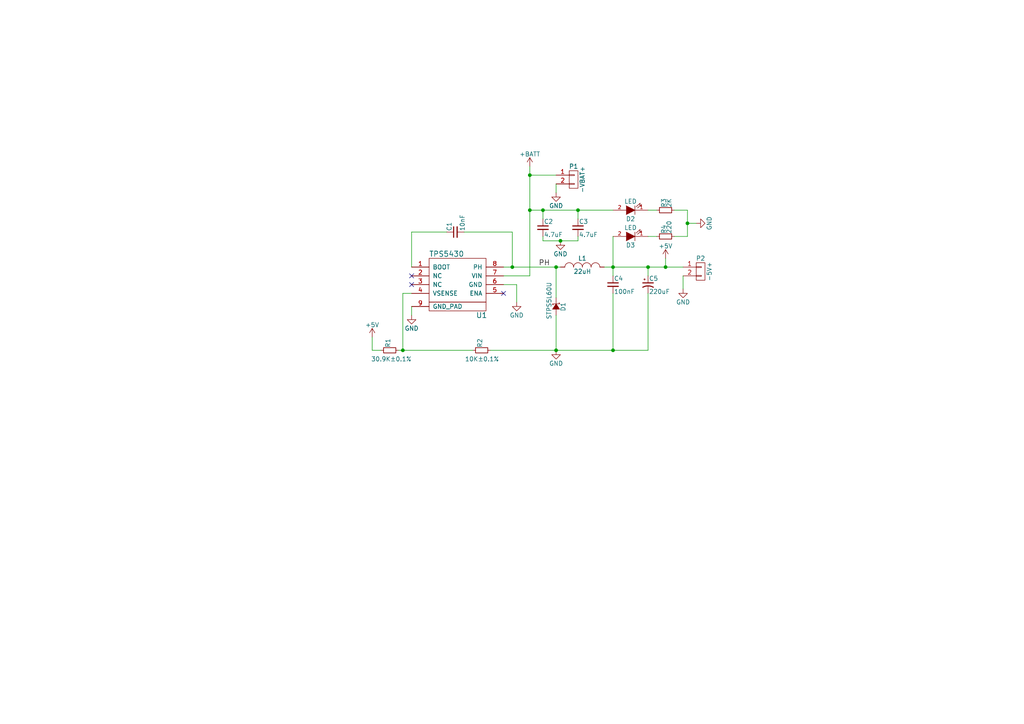
<source format=kicad_sch>
(kicad_sch (version 20211123) (generator eeschema)
  (paper "A4")
  (lib_symbols
    (symbol "buck-rescue:+5V" (power) (pin_names (offset 0))
      (property "Value" "+5V" (at 0 3.556 0))
      (symbol "+5V_0_1"
        (polyline (pts (xy -0.762 1.27) (xy 0 2.54)))
        (polyline (pts (xy 0 0) (xy 0 2.54)))
        (polyline (pts (xy 0 2.54) (xy 0.762 1.27)))
      )
      (symbol "+5V_1_1"
        (pin power_in line (at 0 0 90) (length 0) hide (name "+5V") (number "1"))
      )
    )
    (symbol "buck-rescue:+BATT" (power) (pin_names (offset 0))
      (property "Value" "+BATT" (at 0 3.556 0))
      (symbol "+BATT_0_1"
        (polyline (pts (xy -0.762 1.27) (xy 0 2.54)))
        (polyline (pts (xy 0 0) (xy 0 2.54)))
        (polyline (pts (xy 0 2.54) (xy 0.762 1.27)))
      )
      (symbol "+BATT_1_1"
        (pin power_in line (at 0 0 90) (length 0) hide (name "+BATT") (number "1"))
      )
    )
    (symbol "buck-rescue:CONN_01X02" (pin_names (offset 1.016) hide)
      (property "Reference" "P" (at 0 3.81 0))
      (property "Value" "CONN_01X02" (at 2.54 0 90))
      (symbol "CONN_01X02_0_1"
        (rectangle (start -1.27 -1.143) (end 0.254 -1.397))
        (rectangle (start -1.27 1.397) (end 0.254 1.143))
        (rectangle (start -1.27 2.54) (end 1.27 -2.54))
      )
      (symbol "CONN_01X02_1_1"
        (pin passive line (at -5.08 1.27 0) (length 3.81) (name "P1") (number "1"))
        (pin passive line (at -5.08 -1.27 0) (length 3.81) (name "P2") (number "2"))
      )
    )
    (symbol "buck-rescue:CP1_Small" (pin_numbers hide) (pin_names (offset 0.254) hide)
      (property "Reference" "C" (at 0.254 1.778 0))
      (property "Value" "CP1_Small" (at 0.254 -2.032 0))
      (symbol "CP1_Small_0_1"
        (polyline (pts (xy -1.524 0.508) (xy 1.524 0.508)) (stroke (width 0.3048)))
        (polyline (pts (xy -1.27 1.524) (xy -0.762 1.524)))
        (polyline (pts (xy -1.016 1.27) (xy -1.016 1.778)))
        (arc (start 1.524 -0.762) (mid 0 -0.3734) (end -1.524 -0.762) (stroke (width 0.3048)))
      )
      (symbol "CP1_Small_1_1"
        (pin passive line (at 0 2.54 270) (length 2.032) (name "~") (number "1"))
        (pin passive line (at 0 -2.54 90) (length 2.032) (name "~") (number "2"))
      )
    )
    (symbol "buck-rescue:C_Small" (pin_numbers hide) (pin_names (offset 0.254) hide)
      (property "Reference" "C" (at 0.254 1.778 0))
      (property "Value" "C_Small" (at 0.254 -2.032 0))
      (symbol "C_Small_0_1"
        (polyline (pts (xy -1.524 -0.508) (xy 1.524 -0.508)) (stroke (width 0.3302)))
        (polyline (pts (xy -1.524 0.508) (xy 1.524 0.508)) (stroke (width 0.3048)))
      )
      (symbol "C_Small_1_1"
        (pin passive line (at 0 2.54 270) (length 1.905) (name "~") (number "1"))
        (pin passive line (at 0 -2.54 90) (length 2.032) (name "~") (number "2"))
      )
    )
    (symbol "buck-rescue:D_Schottky_Small" (pin_numbers hide) (pin_names (offset 0.254) hide)
      (property "Reference" "D" (at -1.27 2.032 0))
      (property "Value" "D_Schottky_Small" (at -7.112 -2.032 0))
      (symbol "D_Schottky_Small_0_1"
        (polyline (pts (xy -0.762 -1.016) (xy -0.762 1.016)))
        (polyline (pts (xy -0.762 -1.016) (xy -0.508 -1.016) (xy -0.508 -0.762)))
        (polyline (pts (xy -0.762 1.016) (xy -1.016 1.016) (xy -1.016 0.762)))
        (polyline (pts (xy 0.762 -1.016) (xy -0.762 0) (xy 0.762 1.016) (xy 0.762 -1.016)) (fill (type outline)))
      )
      (symbol "D_Schottky_Small_1_1"
        (pin passive line (at -2.54 0 0) (length 1.778) (name "K") (number "1"))
        (pin passive line (at 2.54 0 180) (length 1.778) (name "A") (number "2"))
      )
    )
    (symbol "buck-rescue:GND" (power) (pin_names (offset 0))
      (property "Value" "GND" (at 0 -3.81 0))
      (symbol "GND_0_1"
        (polyline (pts (xy 0 0) (xy 0 -1.27) (xy 1.27 -1.27) (xy 0 -2.54) (xy -1.27 -1.27) (xy 0 -1.27)))
      )
      (symbol "GND_1_1"
        (pin power_in line (at 0 0 270) (length 0) hide (name "GND") (number "1"))
      )
    )
    (symbol "buck-rescue:INDUCTOR_SMALL" (pin_numbers hide) (pin_names (offset 0) hide)
      (property "Reference" "L" (at 0 2.54 0))
      (property "Value" "INDUCTOR_SMALL" (at 0 -1.27 0))
      (symbol "INDUCTOR_SMALL_0_1"
        (arc (start -2.54 0) (mid -3.81 1.27) (end -5.08 0))
        (arc (start 0 0) (mid -1.27 1.27) (end -2.54 0))
        (arc (start 2.54 0) (mid 1.27 1.27) (end 0 0))
        (arc (start 5.08 0) (mid 3.81 1.27) (end 2.54 0))
      )
      (symbol "INDUCTOR_SMALL_1_1"
        (pin input line (at -6.35 0 0) (length 1.27) (name "1") (number "1"))
        (pin input line (at 6.35 0 180) (length 1.27) (name "2") (number "2"))
      )
    )
    (symbol "buck-rescue:LED" (pin_names (offset 1.016) hide)
      (property "Reference" "D" (at 0 2.54 0))
      (property "Value" "LED" (at 0 -2.54 0))
      (symbol "LED_0_1"
        (polyline (pts (xy -1.27 1.27) (xy -1.27 -1.27)))
        (polyline (pts (xy -2.032 -0.635) (xy -3.175 -1.651) (xy -3.048 -1.016)))
        (polyline (pts (xy -1.651 -1.016) (xy -2.794 -2.032) (xy -2.667 -1.397)))
        (polyline (pts (xy 1.27 1.27) (xy -1.27 0) (xy 1.27 -1.27)) (fill (type outline)))
      )
      (symbol "LED_1_1"
        (pin passive line (at -5.08 0 0) (length 3.81) (name "K") (number "1"))
        (pin passive line (at 5.08 0 180) (length 3.81) (name "A") (number "2"))
      )
    )
    (symbol "buck-rescue:R_Small" (pin_numbers hide) (pin_names (offset 0.254) hide)
      (property "Reference" "R" (at 0.762 0.508 0))
      (property "Value" "R_Small" (at 0.762 -1.016 0))
      (symbol "R_Small_0_1"
        (rectangle (start -0.762 1.778) (end 0.762 -1.778) (stroke (width 0.2032)))
      )
      (symbol "R_Small_1_1"
        (pin passive line (at 0 2.54 270) (length 0.762) (name "~") (number "1"))
        (pin passive line (at 0 -2.54 90) (length 0.762) (name "~") (number "2"))
      )
    )
    (symbol "buck-rescue:TPS5430" (pin_names (offset 1.016))
      (property "Reference" "U" (at 6.35 -10.16 0))
      (property "Value" "TPS5430" (at -3.81 7.62 0))
      (symbol "TPS5430_0_1"
        (rectangle (start -8.89 -6.35) (end 7.62 -8.89))
        (rectangle (start -8.89 6.35) (end 7.62 -6.35))
      )
      (symbol "TPS5430_1_1"
        (pin input line (at -13.97 3.81 0) (length 5.08) (name "BOOT") (number "1"))
        (pin input line (at -13.97 1.27 0) (length 5.08) (name "NC") (number "2"))
        (pin input line (at -13.97 -1.27 0) (length 5.08) (name "NC") (number "3"))
        (pin input line (at -13.97 -3.81 0) (length 5.08) (name "VSENSE") (number "4"))
        (pin input line (at 12.7 -3.81 180) (length 5.08) (name "ENA") (number "5"))
        (pin input line (at 12.7 -1.27 180) (length 5.08) (name "GND") (number "6"))
        (pin input line (at 12.7 1.27 180) (length 5.08) (name "VIN") (number "7"))
        (pin input line (at 12.7 3.81 180) (length 5.08) (name "PH") (number "8"))
        (pin power_in line (at -13.97 -7.62 0) (length 5.08) (name "GND_PAD") (number "9"))
      )
    )
  )
  (junction (at 161.29 77.47))
  (junction (at 177.8 101.6))
  (junction (at 157.48 60.96))
  (junction (at 199.39 64.77))
  (junction (at 161.29 101.6))
  (junction (at 162.56 69.85))
  (junction (at 193.04 77.47))
  (junction (at 153.67 60.96))
  (junction (at 187.96 77.47))
  (junction (at 167.64 60.96))
  (junction (at 116.84 101.6))
  (junction (at 153.67 50.8))
  (junction (at 148.59 77.47))
  (junction (at 177.8 77.47))
  (no_connect (at 119.38 82.55))
  (no_connect (at 119.38 80.01))
  (no_connect (at 146.05 85.09))
  (wire (pts (xy 187.96 77.47) (xy 193.04 77.47)))
  (wire (pts (xy 153.67 48.26) (xy 153.67 50.8)))
  (wire (pts (xy 161.29 53.34) (xy 161.29 55.88)))
  (wire (pts (xy 167.64 69.85) (xy 167.64 68.58)))
  (wire (pts (xy 148.59 67.31) (xy 148.59 77.47)))
  (wire (pts (xy 177.8 85.09) (xy 177.8 101.6)))
  (wire (pts (xy 177.8 77.47) (xy 187.96 77.47)))
  (wire (pts (xy 119.38 67.31) (xy 119.38 77.47)))
  (wire (pts (xy 162.56 69.85) (xy 167.64 69.85)))
  (wire (pts (xy 190.5 60.96) (xy 187.96 60.96)))
  (wire (pts (xy 199.39 68.58) (xy 199.39 64.77)))
  (wire (pts (xy 177.8 101.6) (xy 187.96 101.6)))
  (wire (pts (xy 157.48 68.58) (xy 157.48 69.85)))
  (wire (pts (xy 146.05 82.55) (xy 149.86 82.55)))
  (wire (pts (xy 190.5 68.58) (xy 187.96 68.58)))
  (wire (pts (xy 177.8 68.58) (xy 177.8 77.47)))
  (wire (pts (xy 199.39 64.77) (xy 201.93 64.77)))
  (wire (pts (xy 199.39 64.77) (xy 199.39 60.96)))
  (wire (pts (xy 153.67 60.96) (xy 157.48 60.96)))
  (wire (pts (xy 161.29 77.47) (xy 162.56 77.47)))
  (wire (pts (xy 187.96 80.01) (xy 187.96 77.47)))
  (wire (pts (xy 119.38 88.9) (xy 119.38 91.44)))
  (wire (pts (xy 153.67 80.01) (xy 146.05 80.01)))
  (wire (pts (xy 153.67 50.8) (xy 161.29 50.8)))
  (wire (pts (xy 149.86 82.55) (xy 149.86 87.63)))
  (wire (pts (xy 193.04 77.47) (xy 198.12 77.47)))
  (wire (pts (xy 195.58 68.58) (xy 199.39 68.58)))
  (wire (pts (xy 199.39 60.96) (xy 195.58 60.96)))
  (wire (pts (xy 115.57 101.6) (xy 116.84 101.6)))
  (wire (pts (xy 167.64 63.5) (xy 167.64 60.96)))
  (wire (pts (xy 193.04 74.93) (xy 193.04 77.47)))
  (wire (pts (xy 175.26 77.47) (xy 177.8 77.47)))
  (wire (pts (xy 116.84 85.09) (xy 116.84 101.6)))
  (wire (pts (xy 153.67 60.96) (xy 153.67 80.01)))
  (wire (pts (xy 157.48 69.85) (xy 162.56 69.85)))
  (wire (pts (xy 161.29 101.6) (xy 161.29 91.44)))
  (wire (pts (xy 129.54 67.31) (xy 119.38 67.31)))
  (wire (pts (xy 116.84 101.6) (xy 137.16 101.6)))
  (wire (pts (xy 153.67 50.8) (xy 153.67 60.96)))
  (wire (pts (xy 148.59 77.47) (xy 161.29 77.47)))
  (wire (pts (xy 161.29 101.6) (xy 177.8 101.6)))
  (wire (pts (xy 110.49 101.6) (xy 107.95 101.6)))
  (wire (pts (xy 146.05 77.47) (xy 148.59 77.47)))
  (wire (pts (xy 134.62 67.31) (xy 148.59 67.31)))
  (wire (pts (xy 142.24 101.6) (xy 161.29 101.6)))
  (wire (pts (xy 157.48 60.96) (xy 167.64 60.96)))
  (wire (pts (xy 177.8 77.47) (xy 177.8 80.01)))
  (wire (pts (xy 157.48 63.5) (xy 157.48 60.96)))
  (wire (pts (xy 107.95 101.6) (xy 107.95 97.79)))
  (wire (pts (xy 187.96 101.6) (xy 187.96 85.09)))
  (wire (pts (xy 167.64 60.96) (xy 177.8 60.96)))
  (wire (pts (xy 119.38 85.09) (xy 116.84 85.09)))
  (wire (pts (xy 161.29 86.36) (xy 161.29 77.47)))
  (wire (pts (xy 198.12 83.82) (xy 198.12 80.01)))
  (label "PH" (at 156.21 77.47 0) (effects (font (size 1.524 1.524))))
  (symbol (lib_id "buck-rescue:INDUCTOR_SMALL") (at 168.91 77.47 0) (unit 1)
    (property "Reference" "L1" (at 168.91 74.93 0))
    (property "Value" "22uH" (at 168.91 78.74 0))
    (property "Footprint" "footprints:SRR1208-220ML" (effects hide))
  )
  (symbol (lib_id "buck-rescue:D_Schottky_Small") (at 161.29 88.9 270) (unit 1)
    (property "Reference" "D1" (at 163.322 87.63 0) (effects (justify left)))
    (property "Value" "STPS5L60U" (at 159.258 81.788 0) (effects (justify left)))
    (property "Footprint" "Diodes_SMD:D_SMA_Handsoldering" (effects hide))
  )
  (symbol (lib_id "buck-rescue:CP1_Small") (at 187.96 82.55 0) (unit 1)
    (property "Reference" "C5" (at 188.214 80.772 0) (effects (justify left)))
    (property "Value" "220uF" (at 188.214 84.582 0) (effects (justify left)))
    (property "Footprint" "Capacitors_SMD:CP_Elec_5x5.3" (effects hide))
  )
  (symbol (lib_id "buck-rescue:C_Small") (at 177.8 82.55 0) (unit 1)
    (property "Reference" "C4" (at 178.054 80.772 0) (effects (justify left)))
    (property "Value" "100nF" (at 178.054 84.582 0) (effects (justify left)))
    (property "Footprint" "Capacitors_SMD:C_0805_HandSoldering" (effects hide))
  )
  (symbol (lib_id "buck-rescue:C_Small") (at 167.64 66.04 0) (unit 1)
    (property "Reference" "C3" (at 167.894 64.262 0) (effects (justify left)))
    (property "Value" "4.7uF" (at 167.894 68.072 0) (effects (justify left)))
    (property "Footprint" "Capacitors_SMD:C_1206_HandSoldering" (effects hide))
  )
  (symbol (lib_id "buck-rescue:C_Small") (at 157.48 66.04 0) (unit 1)
    (property "Reference" "C2" (at 157.734 64.262 0) (effects (justify left)))
    (property "Value" "4.7uF" (at 157.734 68.072 0) (effects (justify left)))
    (property "Footprint" "Capacitors_SMD:C_1206_HandSoldering" (effects hide))
  )
  (symbol (lib_id "buck-rescue:C_Small") (at 132.08 67.31 90) (unit 1)
    (property "Reference" "C1" (at 130.302 67.056 0) (effects (justify left)))
    (property "Value" "10nF" (at 134.112 67.056 0) (effects (justify left)))
    (property "Footprint" "Capacitors_SMD:C_0805_HandSoldering" (effects hide))
  )
  (symbol (lib_id "buck-rescue:R_Small") (at 139.7 101.6 90) (unit 1)
    (property "Reference" "R2" (at 139.192 100.838 0) (effects (justify left)))
    (property "Value" "10K±0.1%" (at 144.78 104.14 90) (effects (justify left)))
    (property "Footprint" "Resistors_SMD:R_0805_HandSoldering" (effects hide))
  )
  (symbol (lib_id "buck-rescue:R_Small") (at 113.03 101.6 90) (unit 1)
    (property "Reference" "R1" (at 112.522 100.838 0) (effects (justify left)))
    (property "Value" "30.9K±0.1%" (at 119.38 104.14 90) (effects (justify left)))
    (property "Footprint" "Resistors_SMD:R_0805_HandSoldering" (effects hide))
  )
  (symbol (lib_id "buck-rescue:+BATT") (at 153.67 48.26 0) (unit 1)
    (property "Reference" "#PWR01" (effects hide))
    (property "Value" "+BATT" (at 153.67 44.704 0))
  )
  (symbol (lib_id "buck-rescue:GND") (at 161.29 55.88 0) (unit 1)
    (property "Reference" "#PWR02" (effects hide))
    (property "Value" "GND" (at 161.29 59.69 0))
  )
  (symbol (lib_id "buck-rescue:+5V") (at 193.04 74.93 0) (unit 1)
    (property "Reference" "#PWR03" (effects hide))
    (property "Value" "+5V" (at 193.04 71.374 0))
  )
  (symbol (lib_id "buck-rescue:CONN_01X02") (at 166.37 52.07 0) (unit 1)
    (property "Reference" "P1" (at 166.37 48.26 0))
    (property "Value" "-VBAT+" (at 168.91 52.07 90))
    (property "Footprint" "Terminal_Blocks:TerminalBlock_Pheonix_PT-3.5mm_2pol" (effects hide))
  )
  (symbol (lib_id "buck-rescue:CONN_01X02") (at 203.2 78.74 0) (unit 1)
    (property "Reference" "P2" (at 203.2 74.93 0))
    (property "Value" "-5V+" (at 205.74 78.74 90))
    (property "Footprint" "Terminal_Blocks:TerminalBlock_Pheonix_PT-3.5mm_2pol" (effects hide))
  )
  (symbol (lib_id "buck-rescue:LED") (at 182.88 60.96 180) (unit 1)
    (property "Reference" "D2" (at 182.88 63.5 0))
    (property "Value" "LED" (at 182.88 58.42 0))
    (property "Footprint" "Diodes_SMD:D_1206" (effects hide))
  )
  (symbol (lib_id "buck-rescue:LED") (at 182.88 68.58 180) (unit 1)
    (property "Reference" "D3" (at 182.88 71.12 0))
    (property "Value" "LED" (at 182.88 66.04 0))
    (property "Footprint" "Diodes_SMD:D_1206" (effects hide))
  )
  (symbol (lib_id "buck-rescue:GND") (at 198.12 83.82 0) (unit 1)
    (property "Reference" "#PWR04" (effects hide))
    (property "Value" "GND" (at 198.12 87.63 0))
  )
  (symbol (lib_id "buck-rescue:R_Small") (at 193.04 60.96 90) (unit 1)
    (property "Reference" "R3" (at 192.532 60.198 0) (effects (justify left)))
    (property "Value" "2K" (at 194.056 60.198 0) (effects (justify left)))
    (property "Footprint" "Resistors_SMD:R_0805_HandSoldering" (effects hide))
  )
  (symbol (lib_id "buck-rescue:R_Small") (at 193.04 68.58 90) (unit 1)
    (property "Reference" "R4" (at 192.532 67.818 0) (effects (justify left)))
    (property "Value" "220" (at 194.056 67.818 0) (effects (justify left)))
    (property "Footprint" "Resistors_SMD:R_1206_HandSoldering" (effects hide))
  )
  (symbol (lib_id "buck-rescue:GND") (at 201.93 64.77 90) (unit 1)
    (property "Reference" "#PWR05" (effects hide))
    (property "Value" "GND" (at 205.74 64.77 0))
  )
  (symbol (lib_id "buck-rescue:GND") (at 162.56 69.85 0) (unit 1)
    (property "Reference" "#PWR06" (effects hide))
    (property "Value" "GND" (at 162.56 73.66 0))
  )
  (symbol (lib_id "buck-rescue:GND") (at 161.29 101.6 0) (unit 1)
    (property "Reference" "#PWR07" (effects hide))
    (property "Value" "GND" (at 161.29 105.41 0))
  )
  (symbol (lib_id "buck-rescue:+5V") (at 107.95 97.79 0) (unit 1)
    (property "Reference" "#PWR08" (effects hide))
    (property "Value" "+5V" (at 107.95 94.234 0))
  )
  (symbol (lib_id "buck-rescue:GND") (at 149.86 87.63 0) (unit 1)
    (property "Reference" "#PWR09" (effects hide))
    (property "Value" "GND" (at 149.86 91.44 0))
  )
  (symbol (lib_id "buck-rescue:GND") (at 119.38 91.44 0) (unit 1)
    (property "Reference" "#PWR010" (effects hide))
    (property "Value" "GND" (at 119.38 95.25 0))
  )
  (symbol (lib_id "buck-rescue:TPS5430") (at 133.35 81.28 0) (unit 1)
    (property "Reference" "U1" (at 139.7 91.44 0) (effects (font (size 1.524 1.524))))
    (property "Value" "TPS5430" (at 129.54 73.66 0) (effects (font (size 1.524 1.524))))
    (property "Footprint" "Housings_SOIC:TI_SO-PowerPAD-8" (effects hide))
  )
)
</source>
